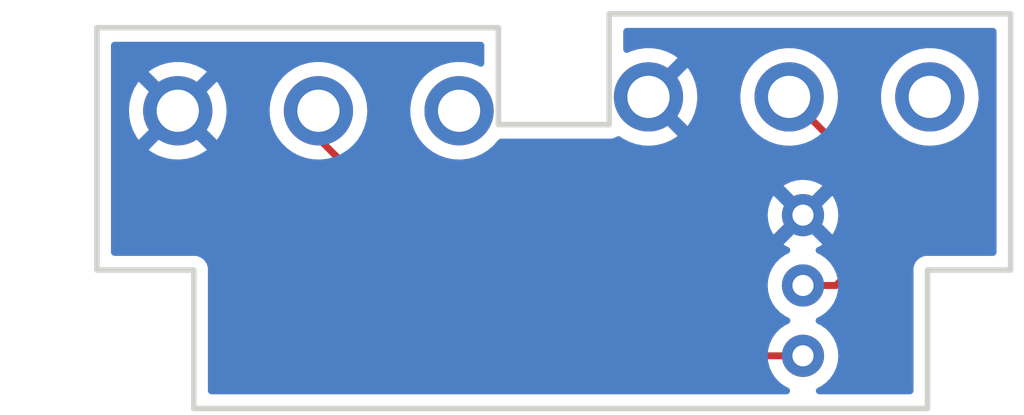
<source format=kicad_pcb>
(kicad_pcb (version 20211014) (generator pcbnew)
  (layers (0 "F.Cu" signal) (31 "B.Cu" signal) (34 "B.Paste" user) (35 "F.Paste" user) (36 "B.SilkS" user "B.Silkscreen") (37 "F.SilkS" user "F.Silkscreen") (38 "B.Mask" user) (39 "F.Mask" user) (44 "Edge.Cuts" user))
  (net 0 "")
  (net 1 "GND")
  (net 2 "Forward")
  (net 3 "Back")
  (footprint "133Library:7305 Socket" (layer "F.Cu") (at 43.96 20.82)
    (fp_text reference "SW2" hide)
    (fp_text value "MouseSwitch" hide)
    (pad "1" thru_hole circle (at -5.08 0) (size 2.5 2.5) (drill 1.524) (layers *.Cu *.Mask) (net 1 "GND"))
    (pad "2" thru_hole circle (at 0 0) (size 2.5 2.5) (drill 1.524) (layers *.Cu *.Mask) (net 2 "Forward"))
    (pad "3" thru_hole circle (at 5.08 0) (size 2.5 2.5) (drill 1.524) (layers *.Cu *.Mask))
  )
  (footprint "133Library:7305 Socket" (layer "F.Cu") (at 60.96 20.32)
    (fp_text reference "SW1" hide)
    (fp_text value "MouseSwitch" hide)
    (pad "1" thru_hole circle (at -5.08 0) (size 2.5 2.5) (drill 1.524) (layers *.Cu *.Mask) (net 1 "GND"))
    (pad "2" thru_hole circle (at 0 0) (size 2.5 2.5) (drill 1.524) (layers *.Cu *.Mask) (net 3 "Back"))
    (pad "3" thru_hole circle (at 5.08 0) (size 2.5 2.5) (drill 1.524) (layers *.Cu *.Mask))
  )
  (footprint "133Library:3holes" (layer "B.Cu") (at 61.46 23.32 180)
    (fp_text reference "U1" hide)
    (fp_text value "3holes" hide)
    (pad "1" thru_hole circle locked (at 0 -1.27 180) (size 1.524 1.524) (drill 0.762) (layers *.Cu *.Mask) (net 1 "GND"))
    (pad "2" thru_hole circle locked (at 0 -3.81 180) (size 1.524 1.524) (drill 0.762) (layers *.Cu *.Mask) (net 3 "Back"))
    (pad "3" thru_hole circle locked (at 0 -6.35 180) (size 1.524 1.524) (drill 0.762) (layers *.Cu *.Mask) (net 2 "Forward"))
  )
  (gr_line (start 39.46 26.57) (end 35.96 26.57) (layer "Edge.Cuts") (width 0.2))
  (gr_line (start 68.96 26.57) (end 65.96 26.57) (layer "Edge.Cuts") (width 0.2))
  (gr_line (start 54.46 17.32) (end 68.96 17.32) (layer "Edge.Cuts") (width 0.2))
  (gr_line (start 35.96 26.57) (end 35.96 17.82) (layer "Edge.Cuts") (width 0.2))
  (gr_line (start 39.46 31.57) (end 39.46 26.57) (layer "Edge.Cuts") (width 0.2))
  (gr_line (start 65.96 26.57) (end 65.96 31.57) (layer "Edge.Cuts") (width 0.2))
  (gr_line (start 50.46 21.32) (end 54.46 21.32) (layer "Edge.Cuts") (width 0.2))
  (gr_line (start 50.46 17.82) (end 50.46 21.32) (layer "Edge.Cuts") (width 0.2))
  (gr_line (start 54.46 21.32) (end 54.46 17.32) (layer "Edge.Cuts") (width 0.2))
  (gr_line (start 68.96 17.32) (end 68.96 26.57) (layer "Edge.Cuts") (width 0.2))
  (gr_line (start 65.96 31.57) (end 39.46 31.57) (layer "Edge.Cuts") (width 0.2))
  (gr_line (start 35.96 17.82) (end 50.46 17.82) (layer "Edge.Cuts") (width 0.2))
  (segment (start 43.96 21.82) (end 51.81 29.67) (width 0.25) (layer "F.Cu") (net 2))
  (segment (start 51.81 29.67) (end 61.46 29.67) (width 0.25) (layer "F.Cu") (net 2))
  (segment (start 43.96 20.82) (end 43.96 21.82) (width 0.25) (layer "F.Cu") (net 2))
  (segment (start 60.946004 20.158315) (end 60.932621 20.153479) (width 0.25) (layer "F.Cu") (net 3))
  (segment (start 60.96 20.172311) (end 60.946004 20.158315) (width 0.25) (layer "F.Cu") (net 3))
  (segment (start 60.96 20.32) (end 60.96 20.172311) (width 0.25) (layer "F.Cu") (net 3))
  (segment (start 64.46 23.82) (end 64.46 25.32) (width 0.25) (layer "F.Cu") (net 3))
  (segment (start 62.65 27.13) (end 61.46 27.13) (width 0.25) (layer "F.Cu") (net 3))
  (segment (start 64.46 25.32) (end 62.65 27.13) (width 0.25) (layer "F.Cu") (net 3))
  (segment (start 60.96 20.32) (end 64.46 23.82) (width 0.25) (layer "F.Cu") (net 3))
  (zone (net 1) (net_name "GND") (layer "B.Cu") (connect_pads (clearance 0.508)) (min_thickness 0.254) (fill yes (thermal_gap 0.508) (thermal_bridge_width 0.508))
    (polygon (pts (xy 69.46 31.82) (xy 32.46 31.82) (xy 32.96 16.82) (xy 69.46 16.82)))
  )
)
</source>
